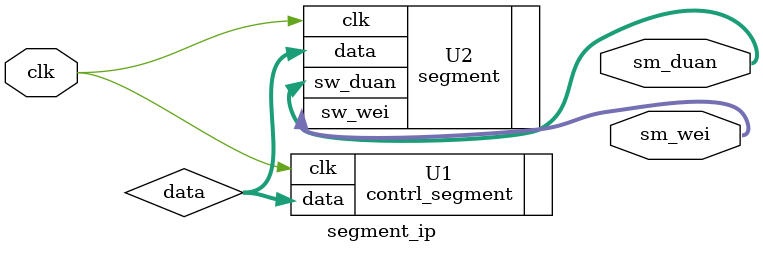
<source format=v>
`timescale 1ns / 1ps


module segment_ip(
	input clk,
	output [3:0]sm_wei,
	output [7:0]sm_duan
    );

	wire [15:0] data;

	contrl_segment U1(
		.clk(clk),
		.data(data));

	segment U2(
		.clk(clk),
		.data(data),
		.sw_wei(sm_wei),
		.sw_duan(sm_duan));
endmodule

</source>
